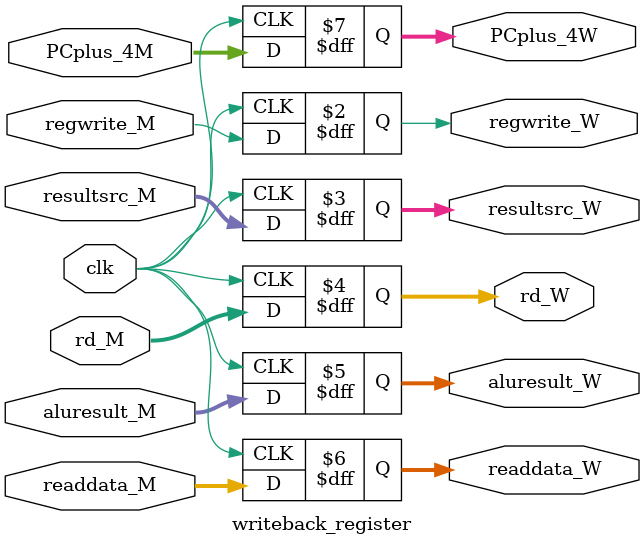
<source format=v>
module Program_Counter(
 	input clk, rst,stall_F,
 	input [31:0]PC_F_IN,
  	output reg [31:0]PC_F_OUT
);
  always @(posedge clk)
  begin
    if (rst) begin
      PC_F_OUT <= 0;
	end
    else if( !rst & !stall_F)
      PC_F_OUT <= PC_F_IN;
  end
endmodule

// DECODE REGISTER
module decode_register (
	input clk,
	input [31:0]RD,
	input stall_D,
	input flush_D,
	input [31:0] PC_F,
	input [31:0] PCplus_4F,
	output reg [31:0] instr_D,
	output reg [31:0] PCplus_4D,
	output reg [31:0] PC_D

	);
	

	always@(posedge clk) begin
		if(!stall_D && flush_D==0) begin
			instr_D <= RD;
			PC_D <= PC_F;
			PCplus_4D <= PCplus_4F;
		end
		else if (flush_D) begin			
			instr_D <= 0 ;
			PC_D <= 0 ;
			PCplus_4D <= 0 ;
		end
	end

endmodule


// EXECUTE REGISTER
module execute_register (
	input clk,regwrite_D,memwrite_D,jump_D,branch_D,alusrc_D,
	input [1:0] resultsrc_D,
	input [2:0] alucontrol_D,
	input [31:0] RD1,RD2,PC_D,immext_D,PCplus_4D,
	input [4:0] rs1_D,rs2_D,rd_D, 
	input flush_E,
	output reg regwrite_E,memwrite_E,jump_E,branch_E,alusrc_E,
	output reg [1:0] resultsrc_E,
	output reg [2:0] alucontrol_E,
	output reg [31:0] RD1_E,RD2_E,PC_E,immext_E,PCplus_4E,
	output reg [4:0] rs1_E,rs2_E,rd_E	
	);

	always@(posedge clk) begin
		if (flush_E) begin
		 	regwrite_E 	<= 0; memwrite_E 	<= 0;		
			jump_E 		<= 0; branch_E 		<= 0;			
			alusrc_E 	<= 0; resultsrc_E 	<= 0;	  	
		  	alucontrol_E 	<= 0; RD1_E		<= 0;	 	
			RD2_E		<= 0; PC_E		<= 0;			
		 	rs1_E		<= 0; rs2_E		<= 0;		 	
		 	rd_E		<= 0; immext_E		<= 0;		 	
		 	PCplus_4E	<= 0;
		end
		else begin
			regwrite_E 	<= regwrite_D ; 	memwrite_E 	<= memwrite_D;		
			jump_E 		<= jump_D ;		branch_E 	<= branch_D;			
			alusrc_E 	<= alusrc_D ; 		resultsrc_E 	<= resultsrc_D;	  	
		  	alucontrol_E 	<= alucontrol_D ;	RD1_E		<= RD1;	 	
			RD2_E		<= RD2 ; 		PC_E		<= PC_D;			
		 	rs1_E		<= rs1_D ; 		rs2_E		<= rs2_D;		 	
		 	rd_E		<= rd_D ; 		immext_E	<= immext_D;		 	
		 	PCplus_4E	<= PCplus_4D;

		end

	end


endmodule

//MEMORY REGISTER
module memory_register(
	input clk,regwrite_E,memwrite_E,
	input [1:0] resultsrc_E,
	input [4:0] rd_E,
	input [31:0] aluresult_E,writedata_E,PCplus_4E,
	output reg regwrite_M,memwrite_M,
	output reg [1:0] resultsrc_M,
	output reg [4:0] rd_M,
	output reg [31:0] aluresult_M,writedata_M,PCplus_4M
	);
	always@(posedge clk) begin
		regwrite_M <= regwrite_E;	memwrite_M <= memwrite_E;
		resultsrc_M <= resultsrc_E;	aluresult_M <= aluresult_E;
		writedata_M <= writedata_E;	rd_M <= rd_E;	PCplus_4M <= PCplus_4E;
	end
endmodule

//WRITE BACK REGISTER
module writeback_register(
	input clk,regwrite_M,
	input [1:0] resultsrc_M,
	input [4:0] rd_M,
	input [31:0] aluresult_M,readdata_M,PCplus_4M,
	output reg regwrite_W,
	output reg [1:0] resultsrc_W,
	output reg [4:0] rd_W,
	output reg [31:0] aluresult_W,readdata_W,PCplus_4W
	);
	always@(posedge clk) begin
		regwrite_W <= regwrite_M;	
		resultsrc_W <= resultsrc_M;	aluresult_W <= aluresult_M;
		readdata_W <= readdata_M;	rd_W <= rd_M;	PCplus_4W <= PCplus_4M;
	end
endmodule

</source>
